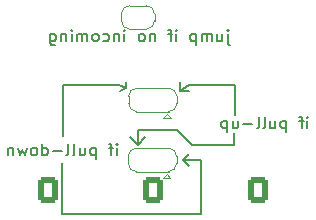
<source format=gbo>
G04 #@! TF.GenerationSoftware,KiCad,Pcbnew,7.0.1*
G04 #@! TF.CreationDate,2023-07-05T13:56:38-05:00*
G04 #@! TF.ProjectId,shift in breakout board,73686966-7420-4696-9e20-627265616b6f,rev?*
G04 #@! TF.SameCoordinates,Original*
G04 #@! TF.FileFunction,Legend,Bot*
G04 #@! TF.FilePolarity,Positive*
%FSLAX46Y46*%
G04 Gerber Fmt 4.6, Leading zero omitted, Abs format (unit mm)*
G04 Created by KiCad (PCBNEW 7.0.1) date 2023-07-05 13:56:38*
%MOMM*%
%LPD*%
G01*
G04 APERTURE LIST*
G04 Aperture macros list*
%AMRoundRect*
0 Rectangle with rounded corners*
0 $1 Rounding radius*
0 $2 $3 $4 $5 $6 $7 $8 $9 X,Y pos of 4 corners*
0 Add a 4 corners polygon primitive as box body*
4,1,4,$2,$3,$4,$5,$6,$7,$8,$9,$2,$3,0*
0 Add four circle primitives for the rounded corners*
1,1,$1+$1,$2,$3*
1,1,$1+$1,$4,$5*
1,1,$1+$1,$6,$7*
1,1,$1+$1,$8,$9*
0 Add four rect primitives between the rounded corners*
20,1,$1+$1,$2,$3,$4,$5,0*
20,1,$1+$1,$4,$5,$6,$7,0*
20,1,$1+$1,$6,$7,$8,$9,0*
20,1,$1+$1,$8,$9,$2,$3,0*%
%AMFreePoly0*
4,1,19,0.500000,-0.750000,0.000000,-0.750000,0.000000,-0.744911,-0.071157,-0.744911,-0.207708,-0.704816,-0.327430,-0.627875,-0.420627,-0.520320,-0.479746,-0.390866,-0.500000,-0.250000,-0.500000,0.250000,-0.479746,0.390866,-0.420627,0.520320,-0.327430,0.627875,-0.207708,0.704816,-0.071157,0.744911,0.000000,0.744911,0.000000,0.750000,0.500000,0.750000,0.500000,-0.750000,0.500000,-0.750000,
$1*%
%AMFreePoly1*
4,1,19,0.000000,0.744911,0.071157,0.744911,0.207708,0.704816,0.327430,0.627875,0.420627,0.520320,0.479746,0.390866,0.500000,0.250000,0.500000,-0.250000,0.479746,-0.390866,0.420627,-0.520320,0.327430,-0.627875,0.207708,-0.704816,0.071157,-0.744911,0.000000,-0.744911,0.000000,-0.750000,-0.500000,-0.750000,-0.500000,0.750000,0.000000,0.750000,0.000000,0.744911,0.000000,0.744911,
$1*%
%AMFreePoly2*
4,1,19,0.550000,-0.750000,0.000000,-0.750000,0.000000,-0.744911,-0.071157,-0.744911,-0.207708,-0.704816,-0.327430,-0.627875,-0.420627,-0.520320,-0.479746,-0.390866,-0.500000,-0.250000,-0.500000,0.250000,-0.479746,0.390866,-0.420627,0.520320,-0.327430,0.627875,-0.207708,0.704816,-0.071157,0.744911,0.000000,0.744911,0.000000,0.750000,0.550000,0.750000,0.550000,-0.750000,0.550000,-0.750000,
$1*%
%AMFreePoly3*
4,1,19,0.000000,0.744911,0.071157,0.744911,0.207708,0.704816,0.327430,0.627875,0.420627,0.520320,0.479746,0.390866,0.500000,0.250000,0.500000,-0.250000,0.479746,-0.390866,0.420627,-0.520320,0.327430,-0.627875,0.207708,-0.704816,0.071157,-0.744911,0.000000,-0.744911,0.000000,-0.750000,-0.550000,-0.750000,-0.550000,0.750000,0.000000,0.750000,0.000000,0.744911,0.000000,0.744911,
$1*%
G04 Aperture macros list end*
%ADD10C,0.150000*%
%ADD11C,0.120000*%
%ADD12R,1.700000X1.700000*%
%ADD13RoundRect,0.250000X0.620000X0.845000X-0.620000X0.845000X-0.620000X-0.845000X0.620000X-0.845000X0*%
%ADD14O,1.740000X2.190000*%
%ADD15C,1.400000*%
%ADD16O,1.400000X1.400000*%
%ADD17RoundRect,0.250000X-0.620000X-0.845000X0.620000X-0.845000X0.620000X0.845000X-0.620000X0.845000X0*%
%ADD18C,3.200000*%
%ADD19RoundRect,0.250000X-0.845000X0.620000X-0.845000X-0.620000X0.845000X-0.620000X0.845000X0.620000X0*%
%ADD20O,2.190000X1.740000*%
%ADD21RoundRect,0.250000X0.845000X-0.620000X0.845000X0.620000X-0.845000X0.620000X-0.845000X-0.620000X0*%
%ADD22C,1.600000*%
%ADD23R,1.600000X1.600000*%
%ADD24O,1.600000X1.600000*%
%ADD25FreePoly0,180.000000*%
%ADD26FreePoly1,180.000000*%
%ADD27FreePoly2,180.000000*%
%ADD28R,1.000000X1.500000*%
%ADD29FreePoly3,180.000000*%
G04 APERTURE END LIST*
D10*
X182880000Y-82550000D02*
X183515000Y-81915000D01*
X186436000Y-77978000D02*
X187198000Y-77470000D01*
X187198000Y-84328000D02*
X186690000Y-83820000D01*
X182245000Y-81915000D02*
X182880000Y-82550000D01*
X191008000Y-82550000D02*
X191008000Y-81534000D01*
X181292500Y-77470000D02*
X176530000Y-77470000D01*
X186690000Y-83820000D02*
X187198000Y-83312000D01*
X181864000Y-77216000D02*
X181864000Y-77724000D01*
X186436000Y-77978000D02*
X186436000Y-77216000D01*
X182880000Y-82550000D02*
X182245000Y-81915000D01*
X188214000Y-83820000D02*
X186690000Y-83820000D01*
X182880000Y-81280000D02*
X182880000Y-82423000D01*
X181356000Y-77978000D02*
X181864000Y-77724000D01*
X182880000Y-81280000D02*
X186182000Y-81280000D01*
X187452000Y-82550000D02*
X191008000Y-82550000D01*
X176500000Y-84074000D02*
X176500000Y-88392000D01*
X188214000Y-88392000D02*
X188214000Y-83820000D01*
X186182000Y-81280000D02*
X187452000Y-82550000D01*
X181864000Y-77724000D02*
X181864000Y-77216000D01*
X181292500Y-77470000D02*
X181864000Y-77724000D01*
X191135000Y-80010000D02*
X191135000Y-77470000D01*
X176530000Y-81788000D02*
X176530000Y-77470000D01*
X191135000Y-77470000D02*
X187198000Y-77470000D01*
X176500000Y-88392000D02*
X188214000Y-88392000D01*
X187198000Y-83312000D02*
X186690000Y-83820000D01*
X186436000Y-77978000D02*
X187198000Y-77978000D01*
X197246904Y-81157619D02*
X197246904Y-80490952D01*
X197246904Y-80157619D02*
X197294523Y-80205238D01*
X197294523Y-80205238D02*
X197246904Y-80252857D01*
X197246904Y-80252857D02*
X197199285Y-80205238D01*
X197199285Y-80205238D02*
X197246904Y-80157619D01*
X197246904Y-80157619D02*
X197246904Y-80252857D01*
X196913571Y-80490952D02*
X196532619Y-80490952D01*
X196770714Y-81157619D02*
X196770714Y-80300476D01*
X196770714Y-80300476D02*
X196723095Y-80205238D01*
X196723095Y-80205238D02*
X196627857Y-80157619D01*
X196627857Y-80157619D02*
X196532619Y-80157619D01*
X195437380Y-80490952D02*
X195437380Y-81490952D01*
X195437380Y-80538571D02*
X195342142Y-80490952D01*
X195342142Y-80490952D02*
X195151666Y-80490952D01*
X195151666Y-80490952D02*
X195056428Y-80538571D01*
X195056428Y-80538571D02*
X195008809Y-80586190D01*
X195008809Y-80586190D02*
X194961190Y-80681428D01*
X194961190Y-80681428D02*
X194961190Y-80967142D01*
X194961190Y-80967142D02*
X195008809Y-81062380D01*
X195008809Y-81062380D02*
X195056428Y-81110000D01*
X195056428Y-81110000D02*
X195151666Y-81157619D01*
X195151666Y-81157619D02*
X195342142Y-81157619D01*
X195342142Y-81157619D02*
X195437380Y-81110000D01*
X194104047Y-80490952D02*
X194104047Y-81157619D01*
X194532618Y-80490952D02*
X194532618Y-81014761D01*
X194532618Y-81014761D02*
X194484999Y-81110000D01*
X194484999Y-81110000D02*
X194389761Y-81157619D01*
X194389761Y-81157619D02*
X194246904Y-81157619D01*
X194246904Y-81157619D02*
X194151666Y-81110000D01*
X194151666Y-81110000D02*
X194104047Y-81062380D01*
X193484999Y-81157619D02*
X193580237Y-81110000D01*
X193580237Y-81110000D02*
X193627856Y-81014761D01*
X193627856Y-81014761D02*
X193627856Y-80157619D01*
X192961189Y-81157619D02*
X193056427Y-81110000D01*
X193056427Y-81110000D02*
X193104046Y-81014761D01*
X193104046Y-81014761D02*
X193104046Y-80157619D01*
X192580236Y-80776666D02*
X191818332Y-80776666D01*
X190913570Y-80490952D02*
X190913570Y-81157619D01*
X191342141Y-80490952D02*
X191342141Y-81014761D01*
X191342141Y-81014761D02*
X191294522Y-81110000D01*
X191294522Y-81110000D02*
X191199284Y-81157619D01*
X191199284Y-81157619D02*
X191056427Y-81157619D01*
X191056427Y-81157619D02*
X190961189Y-81110000D01*
X190961189Y-81110000D02*
X190913570Y-81062380D01*
X190437379Y-80490952D02*
X190437379Y-81490952D01*
X190437379Y-80538571D02*
X190342141Y-80490952D01*
X190342141Y-80490952D02*
X190151665Y-80490952D01*
X190151665Y-80490952D02*
X190056427Y-80538571D01*
X190056427Y-80538571D02*
X190008808Y-80586190D01*
X190008808Y-80586190D02*
X189961189Y-80681428D01*
X189961189Y-80681428D02*
X189961189Y-80967142D01*
X189961189Y-80967142D02*
X190008808Y-81062380D01*
X190008808Y-81062380D02*
X190056427Y-81110000D01*
X190056427Y-81110000D02*
X190151665Y-81157619D01*
X190151665Y-81157619D02*
X190342141Y-81157619D01*
X190342141Y-81157619D02*
X190437379Y-81110000D01*
X190515904Y-73124952D02*
X190515904Y-73982095D01*
X190515904Y-73982095D02*
X190563523Y-74077333D01*
X190563523Y-74077333D02*
X190658761Y-74124952D01*
X190658761Y-74124952D02*
X190706380Y-74124952D01*
X190515904Y-72791619D02*
X190563523Y-72839238D01*
X190563523Y-72839238D02*
X190515904Y-72886857D01*
X190515904Y-72886857D02*
X190468285Y-72839238D01*
X190468285Y-72839238D02*
X190515904Y-72791619D01*
X190515904Y-72791619D02*
X190515904Y-72886857D01*
X189611143Y-73124952D02*
X189611143Y-73791619D01*
X190039714Y-73124952D02*
X190039714Y-73648761D01*
X190039714Y-73648761D02*
X189992095Y-73744000D01*
X189992095Y-73744000D02*
X189896857Y-73791619D01*
X189896857Y-73791619D02*
X189754000Y-73791619D01*
X189754000Y-73791619D02*
X189658762Y-73744000D01*
X189658762Y-73744000D02*
X189611143Y-73696380D01*
X189134952Y-73791619D02*
X189134952Y-73124952D01*
X189134952Y-73220190D02*
X189087333Y-73172571D01*
X189087333Y-73172571D02*
X188992095Y-73124952D01*
X188992095Y-73124952D02*
X188849238Y-73124952D01*
X188849238Y-73124952D02*
X188754000Y-73172571D01*
X188754000Y-73172571D02*
X188706381Y-73267809D01*
X188706381Y-73267809D02*
X188706381Y-73791619D01*
X188706381Y-73267809D02*
X188658762Y-73172571D01*
X188658762Y-73172571D02*
X188563524Y-73124952D01*
X188563524Y-73124952D02*
X188420667Y-73124952D01*
X188420667Y-73124952D02*
X188325428Y-73172571D01*
X188325428Y-73172571D02*
X188277809Y-73267809D01*
X188277809Y-73267809D02*
X188277809Y-73791619D01*
X187801619Y-73124952D02*
X187801619Y-74124952D01*
X187801619Y-73172571D02*
X187706381Y-73124952D01*
X187706381Y-73124952D02*
X187515905Y-73124952D01*
X187515905Y-73124952D02*
X187420667Y-73172571D01*
X187420667Y-73172571D02*
X187373048Y-73220190D01*
X187373048Y-73220190D02*
X187325429Y-73315428D01*
X187325429Y-73315428D02*
X187325429Y-73601142D01*
X187325429Y-73601142D02*
X187373048Y-73696380D01*
X187373048Y-73696380D02*
X187420667Y-73744000D01*
X187420667Y-73744000D02*
X187515905Y-73791619D01*
X187515905Y-73791619D02*
X187706381Y-73791619D01*
X187706381Y-73791619D02*
X187801619Y-73744000D01*
X186134952Y-73791619D02*
X186134952Y-73124952D01*
X186134952Y-72791619D02*
X186182571Y-72839238D01*
X186182571Y-72839238D02*
X186134952Y-72886857D01*
X186134952Y-72886857D02*
X186087333Y-72839238D01*
X186087333Y-72839238D02*
X186134952Y-72791619D01*
X186134952Y-72791619D02*
X186134952Y-72886857D01*
X185801619Y-73124952D02*
X185420667Y-73124952D01*
X185658762Y-73791619D02*
X185658762Y-72934476D01*
X185658762Y-72934476D02*
X185611143Y-72839238D01*
X185611143Y-72839238D02*
X185515905Y-72791619D01*
X185515905Y-72791619D02*
X185420667Y-72791619D01*
X184325428Y-73124952D02*
X184325428Y-73791619D01*
X184325428Y-73220190D02*
X184277809Y-73172571D01*
X184277809Y-73172571D02*
X184182571Y-73124952D01*
X184182571Y-73124952D02*
X184039714Y-73124952D01*
X184039714Y-73124952D02*
X183944476Y-73172571D01*
X183944476Y-73172571D02*
X183896857Y-73267809D01*
X183896857Y-73267809D02*
X183896857Y-73791619D01*
X183277809Y-73791619D02*
X183373047Y-73744000D01*
X183373047Y-73744000D02*
X183420666Y-73696380D01*
X183420666Y-73696380D02*
X183468285Y-73601142D01*
X183468285Y-73601142D02*
X183468285Y-73315428D01*
X183468285Y-73315428D02*
X183420666Y-73220190D01*
X183420666Y-73220190D02*
X183373047Y-73172571D01*
X183373047Y-73172571D02*
X183277809Y-73124952D01*
X183277809Y-73124952D02*
X183134952Y-73124952D01*
X183134952Y-73124952D02*
X183039714Y-73172571D01*
X183039714Y-73172571D02*
X182992095Y-73220190D01*
X182992095Y-73220190D02*
X182944476Y-73315428D01*
X182944476Y-73315428D02*
X182944476Y-73601142D01*
X182944476Y-73601142D02*
X182992095Y-73696380D01*
X182992095Y-73696380D02*
X183039714Y-73744000D01*
X183039714Y-73744000D02*
X183134952Y-73791619D01*
X183134952Y-73791619D02*
X183277809Y-73791619D01*
X181753999Y-73791619D02*
X181753999Y-73124952D01*
X181753999Y-72791619D02*
X181801618Y-72839238D01*
X181801618Y-72839238D02*
X181753999Y-72886857D01*
X181753999Y-72886857D02*
X181706380Y-72839238D01*
X181706380Y-72839238D02*
X181753999Y-72791619D01*
X181753999Y-72791619D02*
X181753999Y-72886857D01*
X181277809Y-73124952D02*
X181277809Y-73791619D01*
X181277809Y-73220190D02*
X181230190Y-73172571D01*
X181230190Y-73172571D02*
X181134952Y-73124952D01*
X181134952Y-73124952D02*
X180992095Y-73124952D01*
X180992095Y-73124952D02*
X180896857Y-73172571D01*
X180896857Y-73172571D02*
X180849238Y-73267809D01*
X180849238Y-73267809D02*
X180849238Y-73791619D01*
X179944476Y-73744000D02*
X180039714Y-73791619D01*
X180039714Y-73791619D02*
X180230190Y-73791619D01*
X180230190Y-73791619D02*
X180325428Y-73744000D01*
X180325428Y-73744000D02*
X180373047Y-73696380D01*
X180373047Y-73696380D02*
X180420666Y-73601142D01*
X180420666Y-73601142D02*
X180420666Y-73315428D01*
X180420666Y-73315428D02*
X180373047Y-73220190D01*
X180373047Y-73220190D02*
X180325428Y-73172571D01*
X180325428Y-73172571D02*
X180230190Y-73124952D01*
X180230190Y-73124952D02*
X180039714Y-73124952D01*
X180039714Y-73124952D02*
X179944476Y-73172571D01*
X179373047Y-73791619D02*
X179468285Y-73744000D01*
X179468285Y-73744000D02*
X179515904Y-73696380D01*
X179515904Y-73696380D02*
X179563523Y-73601142D01*
X179563523Y-73601142D02*
X179563523Y-73315428D01*
X179563523Y-73315428D02*
X179515904Y-73220190D01*
X179515904Y-73220190D02*
X179468285Y-73172571D01*
X179468285Y-73172571D02*
X179373047Y-73124952D01*
X179373047Y-73124952D02*
X179230190Y-73124952D01*
X179230190Y-73124952D02*
X179134952Y-73172571D01*
X179134952Y-73172571D02*
X179087333Y-73220190D01*
X179087333Y-73220190D02*
X179039714Y-73315428D01*
X179039714Y-73315428D02*
X179039714Y-73601142D01*
X179039714Y-73601142D02*
X179087333Y-73696380D01*
X179087333Y-73696380D02*
X179134952Y-73744000D01*
X179134952Y-73744000D02*
X179230190Y-73791619D01*
X179230190Y-73791619D02*
X179373047Y-73791619D01*
X178611142Y-73791619D02*
X178611142Y-73124952D01*
X178611142Y-73220190D02*
X178563523Y-73172571D01*
X178563523Y-73172571D02*
X178468285Y-73124952D01*
X178468285Y-73124952D02*
X178325428Y-73124952D01*
X178325428Y-73124952D02*
X178230190Y-73172571D01*
X178230190Y-73172571D02*
X178182571Y-73267809D01*
X178182571Y-73267809D02*
X178182571Y-73791619D01*
X178182571Y-73267809D02*
X178134952Y-73172571D01*
X178134952Y-73172571D02*
X178039714Y-73124952D01*
X178039714Y-73124952D02*
X177896857Y-73124952D01*
X177896857Y-73124952D02*
X177801618Y-73172571D01*
X177801618Y-73172571D02*
X177753999Y-73267809D01*
X177753999Y-73267809D02*
X177753999Y-73791619D01*
X177277809Y-73791619D02*
X177277809Y-73124952D01*
X177277809Y-72791619D02*
X177325428Y-72839238D01*
X177325428Y-72839238D02*
X177277809Y-72886857D01*
X177277809Y-72886857D02*
X177230190Y-72839238D01*
X177230190Y-72839238D02*
X177277809Y-72791619D01*
X177277809Y-72791619D02*
X177277809Y-72886857D01*
X176801619Y-73124952D02*
X176801619Y-73791619D01*
X176801619Y-73220190D02*
X176754000Y-73172571D01*
X176754000Y-73172571D02*
X176658762Y-73124952D01*
X176658762Y-73124952D02*
X176515905Y-73124952D01*
X176515905Y-73124952D02*
X176420667Y-73172571D01*
X176420667Y-73172571D02*
X176373048Y-73267809D01*
X176373048Y-73267809D02*
X176373048Y-73791619D01*
X175468286Y-73124952D02*
X175468286Y-73934476D01*
X175468286Y-73934476D02*
X175515905Y-74029714D01*
X175515905Y-74029714D02*
X175563524Y-74077333D01*
X175563524Y-74077333D02*
X175658762Y-74124952D01*
X175658762Y-74124952D02*
X175801619Y-74124952D01*
X175801619Y-74124952D02*
X175896857Y-74077333D01*
X175468286Y-73744000D02*
X175563524Y-73791619D01*
X175563524Y-73791619D02*
X175754000Y-73791619D01*
X175754000Y-73791619D02*
X175849238Y-73744000D01*
X175849238Y-73744000D02*
X175896857Y-73696380D01*
X175896857Y-73696380D02*
X175944476Y-73601142D01*
X175944476Y-73601142D02*
X175944476Y-73315428D01*
X175944476Y-73315428D02*
X175896857Y-73220190D01*
X175896857Y-73220190D02*
X175849238Y-73172571D01*
X175849238Y-73172571D02*
X175754000Y-73124952D01*
X175754000Y-73124952D02*
X175563524Y-73124952D01*
X175563524Y-73124952D02*
X175468286Y-73172571D01*
X181117904Y-83443619D02*
X181117904Y-82776952D01*
X181117904Y-82443619D02*
X181165523Y-82491238D01*
X181165523Y-82491238D02*
X181117904Y-82538857D01*
X181117904Y-82538857D02*
X181070285Y-82491238D01*
X181070285Y-82491238D02*
X181117904Y-82443619D01*
X181117904Y-82443619D02*
X181117904Y-82538857D01*
X180784571Y-82776952D02*
X180403619Y-82776952D01*
X180641714Y-83443619D02*
X180641714Y-82586476D01*
X180641714Y-82586476D02*
X180594095Y-82491238D01*
X180594095Y-82491238D02*
X180498857Y-82443619D01*
X180498857Y-82443619D02*
X180403619Y-82443619D01*
X179308380Y-82776952D02*
X179308380Y-83776952D01*
X179308380Y-82824571D02*
X179213142Y-82776952D01*
X179213142Y-82776952D02*
X179022666Y-82776952D01*
X179022666Y-82776952D02*
X178927428Y-82824571D01*
X178927428Y-82824571D02*
X178879809Y-82872190D01*
X178879809Y-82872190D02*
X178832190Y-82967428D01*
X178832190Y-82967428D02*
X178832190Y-83253142D01*
X178832190Y-83253142D02*
X178879809Y-83348380D01*
X178879809Y-83348380D02*
X178927428Y-83396000D01*
X178927428Y-83396000D02*
X179022666Y-83443619D01*
X179022666Y-83443619D02*
X179213142Y-83443619D01*
X179213142Y-83443619D02*
X179308380Y-83396000D01*
X177975047Y-82776952D02*
X177975047Y-83443619D01*
X178403618Y-82776952D02*
X178403618Y-83300761D01*
X178403618Y-83300761D02*
X178355999Y-83396000D01*
X178355999Y-83396000D02*
X178260761Y-83443619D01*
X178260761Y-83443619D02*
X178117904Y-83443619D01*
X178117904Y-83443619D02*
X178022666Y-83396000D01*
X178022666Y-83396000D02*
X177975047Y-83348380D01*
X177355999Y-83443619D02*
X177451237Y-83396000D01*
X177451237Y-83396000D02*
X177498856Y-83300761D01*
X177498856Y-83300761D02*
X177498856Y-82443619D01*
X176832189Y-83443619D02*
X176927427Y-83396000D01*
X176927427Y-83396000D02*
X176975046Y-83300761D01*
X176975046Y-83300761D02*
X176975046Y-82443619D01*
X176451236Y-83062666D02*
X175689332Y-83062666D01*
X174784570Y-83443619D02*
X174784570Y-82443619D01*
X174784570Y-83396000D02*
X174879808Y-83443619D01*
X174879808Y-83443619D02*
X175070284Y-83443619D01*
X175070284Y-83443619D02*
X175165522Y-83396000D01*
X175165522Y-83396000D02*
X175213141Y-83348380D01*
X175213141Y-83348380D02*
X175260760Y-83253142D01*
X175260760Y-83253142D02*
X175260760Y-82967428D01*
X175260760Y-82967428D02*
X175213141Y-82872190D01*
X175213141Y-82872190D02*
X175165522Y-82824571D01*
X175165522Y-82824571D02*
X175070284Y-82776952D01*
X175070284Y-82776952D02*
X174879808Y-82776952D01*
X174879808Y-82776952D02*
X174784570Y-82824571D01*
X174165522Y-83443619D02*
X174260760Y-83396000D01*
X174260760Y-83396000D02*
X174308379Y-83348380D01*
X174308379Y-83348380D02*
X174355998Y-83253142D01*
X174355998Y-83253142D02*
X174355998Y-82967428D01*
X174355998Y-82967428D02*
X174308379Y-82872190D01*
X174308379Y-82872190D02*
X174260760Y-82824571D01*
X174260760Y-82824571D02*
X174165522Y-82776952D01*
X174165522Y-82776952D02*
X174022665Y-82776952D01*
X174022665Y-82776952D02*
X173927427Y-82824571D01*
X173927427Y-82824571D02*
X173879808Y-82872190D01*
X173879808Y-82872190D02*
X173832189Y-82967428D01*
X173832189Y-82967428D02*
X173832189Y-83253142D01*
X173832189Y-83253142D02*
X173879808Y-83348380D01*
X173879808Y-83348380D02*
X173927427Y-83396000D01*
X173927427Y-83396000D02*
X174022665Y-83443619D01*
X174022665Y-83443619D02*
X174165522Y-83443619D01*
X173498855Y-82776952D02*
X173308379Y-83443619D01*
X173308379Y-83443619D02*
X173117903Y-82967428D01*
X173117903Y-82967428D02*
X172927427Y-83443619D01*
X172927427Y-83443619D02*
X172736951Y-82776952D01*
X172355998Y-82776952D02*
X172355998Y-83443619D01*
X172355998Y-82872190D02*
X172308379Y-82824571D01*
X172308379Y-82824571D02*
X172213141Y-82776952D01*
X172213141Y-82776952D02*
X172070284Y-82776952D01*
X172070284Y-82776952D02*
X171975046Y-82824571D01*
X171975046Y-82824571D02*
X171927427Y-82919809D01*
X171927427Y-82919809D02*
X171927427Y-83443619D01*
D11*
X184295000Y-72055000D02*
X184295000Y-71455000D01*
X183595000Y-70755000D02*
X182195000Y-70755000D01*
X182195000Y-72755000D02*
X183595000Y-72755000D01*
X181495000Y-71455000D02*
X181495000Y-72055000D01*
X183595000Y-72755000D02*
G75*
G03*
X184295000Y-72055000I1J699999D01*
G01*
X184295000Y-71455000D02*
G75*
G03*
X183595000Y-70755000I-699999J1D01*
G01*
X181495000Y-72055000D02*
G75*
G03*
X182195000Y-72755000I700000J0D01*
G01*
X182195000Y-70755000D02*
G75*
G03*
X181495000Y-71455000I0J-700000D01*
G01*
X186170000Y-84120000D02*
X186170000Y-83520000D01*
X185620000Y-85320000D02*
X185020000Y-85320000D01*
X185520000Y-82820000D02*
X182720000Y-82820000D01*
X185320000Y-85020000D02*
X185620000Y-85320000D01*
X185320000Y-85020000D02*
X185020000Y-85320000D01*
X182720000Y-84820000D02*
X185520000Y-84820000D01*
X182070000Y-83520000D02*
X182070000Y-84120000D01*
X185470000Y-84820000D02*
G75*
G03*
X186170000Y-84120000I1J699999D01*
G01*
X186170000Y-83520000D02*
G75*
G03*
X185470000Y-82820000I-699999J1D01*
G01*
X182070000Y-84120000D02*
G75*
G03*
X182770000Y-84820000I700000J0D01*
G01*
X182770000Y-82820000D02*
G75*
G03*
X182070000Y-83520000I0J-700000D01*
G01*
X186200000Y-79040000D02*
X186200000Y-78440000D01*
X185650000Y-80240000D02*
X185050000Y-80240000D01*
X185550000Y-77740000D02*
X182750000Y-77740000D01*
X185350000Y-79940000D02*
X185650000Y-80240000D01*
X185350000Y-79940000D02*
X185050000Y-80240000D01*
X182750000Y-79740000D02*
X185550000Y-79740000D01*
X182100000Y-78440000D02*
X182100000Y-79040000D01*
X185500000Y-79740000D02*
G75*
G03*
X186200000Y-79040000I1J699999D01*
G01*
X186200000Y-78440000D02*
G75*
G03*
X185500000Y-77740000I-699999J1D01*
G01*
X182100000Y-79040000D02*
G75*
G03*
X182800000Y-79740000I700000J0D01*
G01*
X182800000Y-77740000D02*
G75*
G03*
X182100000Y-78440000I0J-700000D01*
G01*
%LPC*%
D12*
X195580000Y-86360000D03*
D13*
X166370000Y-86360000D03*
D14*
X163830000Y-86360000D03*
D15*
X170180000Y-63500000D03*
D16*
X177800000Y-63500000D03*
D15*
X170180000Y-78740000D03*
D16*
X177800000Y-78740000D03*
D17*
X182880000Y-58420000D03*
D14*
X185420000Y-58420000D03*
D15*
X170180000Y-81280000D03*
D16*
X177800000Y-81280000D03*
D13*
X193040000Y-86360000D03*
D14*
X190500000Y-86360000D03*
D18*
X157422000Y-57376000D03*
D12*
X168910000Y-86360000D03*
D17*
X165100000Y-58420000D03*
D14*
X167640000Y-58420000D03*
D13*
X175260000Y-86360000D03*
D14*
X172720000Y-86360000D03*
D15*
X187960000Y-81280000D03*
D16*
X180340000Y-81280000D03*
D12*
X171450000Y-58420000D03*
D13*
X184150000Y-86360000D03*
D14*
X181610000Y-86360000D03*
D12*
X177800000Y-86360000D03*
D15*
X170180000Y-66040000D03*
D16*
X177800000Y-66040000D03*
D12*
X186690000Y-86360000D03*
D15*
X187960000Y-63500000D03*
D16*
X180340000Y-63500000D03*
D19*
X198628000Y-67310000D03*
D20*
X198628000Y-69850000D03*
X198628000Y-72390000D03*
X198628000Y-74930000D03*
X198628000Y-77470000D03*
D12*
X189230000Y-58420000D03*
X162560000Y-58420000D03*
D17*
X173990000Y-58420000D03*
D14*
X176530000Y-58420000D03*
D18*
X201422000Y-87376000D03*
D15*
X187960000Y-78740000D03*
D16*
X180340000Y-78740000D03*
D21*
X160020000Y-77470000D03*
D20*
X160020000Y-74930000D03*
X160020000Y-72390000D03*
X160020000Y-69850000D03*
X160020000Y-67310000D03*
D15*
X187960000Y-66040000D03*
D16*
X180340000Y-66040000D03*
D18*
X201422000Y-57376000D03*
D22*
X165608000Y-68754000D03*
X165608000Y-63754000D03*
D12*
X180340000Y-58420000D03*
D17*
X191770000Y-58420000D03*
D14*
X194310000Y-58420000D03*
D23*
X170180000Y-76200000D03*
D24*
X172720000Y-76200000D03*
X175260000Y-76200000D03*
X177800000Y-76200000D03*
X180340000Y-76200000D03*
X182880000Y-76200000D03*
X185420000Y-76200000D03*
X187960000Y-76200000D03*
X187960000Y-68580000D03*
X185420000Y-68580000D03*
X182880000Y-68580000D03*
X180340000Y-68580000D03*
X177800000Y-68580000D03*
X175260000Y-68580000D03*
X172720000Y-68580000D03*
X170180000Y-68580000D03*
D18*
X157422000Y-87376000D03*
D25*
X183545000Y-71755000D03*
D26*
X182245000Y-71755000D03*
D27*
X185420000Y-83820000D03*
D28*
X184120000Y-83820000D03*
D29*
X182820000Y-83820000D03*
D27*
X185450000Y-78740000D03*
D28*
X184150000Y-78740000D03*
D29*
X182850000Y-78740000D03*
M02*

</source>
